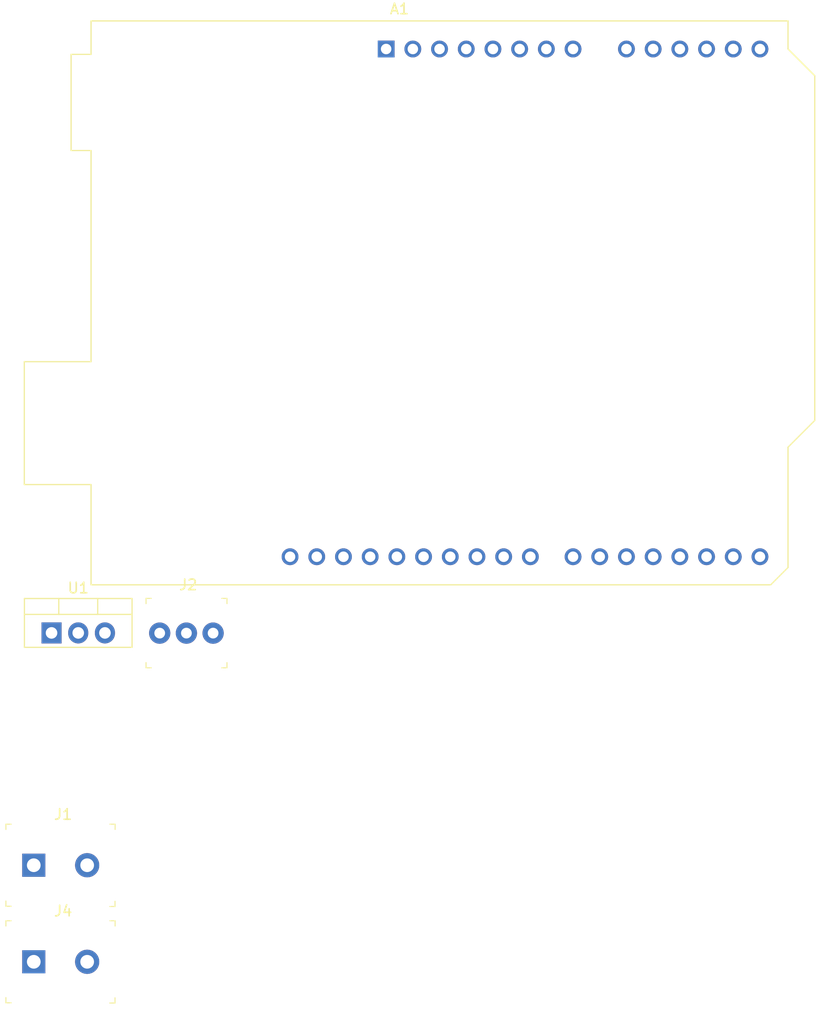
<source format=kicad_pcb>
(kicad_pcb (version 20240108) (generator "pcbnew") (generator_version "8.0")
  (layers (0 "F.Cu" signal) (31 "B.Cu" signal) (34 "B.Paste" user) (35 "F.Paste" user) (36 "B.SilkS" user "B.Silkscreen") (37 "F.SilkS" user "F.Silkscreen") (38 "B.Mask" user) (39 "F.Mask" user) (44 "Edge.Cuts" user))
  (net 0 "")
  (net 1 "Earth")
  (net 16 "Net-(A1-+5V)")
  (net 34 "Net-(U1-VI)")
  (footprint "digikey-footprints:PinHeader_1x3_P2.54mm_Drill1.02mm" (layer "F.Cu") (at 129.4 123.76)
    (property "Reference" "J2" (at 2.71 -4.59 0) (layer "F.SilkS"))
    (property "Value" "0022232031")
    (fp_line (start -1.3 -3.3) (end -1.3 -2.8) (stroke (width 0.1)) (layer "F.SilkS"))
    (fp_line (start -1.3 -3.3) (end -0.8 -3.3) (stroke (width 0.1)) (layer "F.SilkS"))
    (fp_line (start -1.3 3.3) (end -1.3 2.8) (stroke (width 0.1)) (layer "F.SilkS"))
    (fp_line (start -1.3 3.3) (end -0.8 3.3) (stroke (width 0.1)) (layer "F.SilkS"))
    (fp_line (start 6.4 -3.3) (end 5.9 -3.3) (stroke (width 0.1)) (layer "F.SilkS"))
    (fp_line (start 6.4 -3.3) (end 6.4 -2.8) (stroke (width 0.1)) (layer "F.SilkS"))
    (fp_line (start 6.4 3.3) (end 5.9 3.3) (stroke (width 0.1)) (layer "F.SilkS"))
    (fp_line (start 6.4 3.3) (end 6.4 2.8) (stroke (width 0.1)) (layer "F.SilkS"))
    (pad "1" thru_hole circle (at 0 0) (size 2.02 2.02) (drill 1.02) (layers "*.Cu" "*.Mask"))
    (pad "2" thru_hole circle (at 2.54 0) (size 2.02 2.02) (drill 1.02) (layers "*.Cu" "*.Mask"))
    (pad "3" thru_hole circle (at 5.08 0) (size 2.02 2.02) (drill 1.02) (layers "*.Cu" "*.Mask"))
  )
  (footprint "Package_TO_SOT_THT:TO-220-3_Vertical" (layer "F.Cu") (at 119.11 123.74)
    (property "Reference" "U1" (at 2.54 -4.27 0) (layer "F.SilkS"))
    (property "Value" "LM7805_TO220")
    (fp_line (start -2.58 -3.27) (end -2.58 1.371) (stroke (width 0.12)) (layer "F.SilkS"))
    (fp_line (start -2.58 -3.27) (end 7.66 -3.27) (stroke (width 0.12)) (layer "F.SilkS"))
    (fp_line (start -2.58 -1.76) (end 7.66 -1.76) (stroke (width 0.12)) (layer "F.SilkS"))
    (fp_line (start -2.58 1.371) (end 7.66 1.371) (stroke (width 0.12)) (layer "F.SilkS"))
    (fp_line (start 0.69 -3.27) (end 0.69 -1.76) (stroke (width 0.12)) (layer "F.SilkS"))
    (fp_line (start 4.391 -3.27) (end 4.391 -1.76) (stroke (width 0.12)) (layer "F.SilkS"))
    (fp_line (start 7.66 -3.27) (end 7.66 1.371) (stroke (width 0.12)) (layer "F.SilkS"))
    (pad "1" thru_hole rect (at 0 0) (size 1.905 2) (drill 1.1) (layers "*.Cu" "*.Mask") (net 34 "Net-(U1-VI)"))
    (pad "2" thru_hole oval (at 2.54 0) (size 1.905 2) (drill 1.1) (layers "*.Cu" "*.Mask") (net 1 "Earth"))
    (pad "3" thru_hole oval (at 5.08 0) (size 1.905 2) (drill 1.1) (layers "*.Cu" "*.Mask") (net 16 "Net-(A1-+5V)"))
  )
  (footprint "digikey-footprints:Term_Block_1x2_P5.08MM" (layer "F.Cu") (at 117.42 155)
    (property "Reference" "J4" (at 2.794 -4.826 0) (layer "F.SilkS"))
    (property "Value" "OSTTC022162")
    (fp_line (start -2.65 -3.9) (end -2.65 -3.4) (stroke (width 0.1)) (layer "F.SilkS"))
    (fp_line (start -2.65 -3.9) (end -2.15 -3.9) (stroke (width 0.1)) (layer "F.SilkS"))
    (fp_line (start -2.65 3.4) (end -2.65 3.9) (stroke (width 0.1)) (layer "F.SilkS"))
    (fp_line (start -2.65 3.9) (end -2.15 3.9) (stroke (width 0.1)) (layer "F.SilkS"))
    (fp_line (start 7.728 3.42) (end 7.728 3.92) (stroke (width 0.1)) (layer "F.SilkS"))
    (fp_line (start 7.728 3.92) (end 7.228 3.92) (stroke (width 0.1)) (layer "F.SilkS"))
    (fp_line (start 7.738 -3.9) (end 7.238 -3.9) (stroke (width 0.1)) (layer "F.SilkS"))
    (fp_line (start 7.738 -3.9) (end 7.738 -3.4) (stroke (width 0.1)) (layer "F.SilkS"))
    (pad "1" thru_hole rect (at 0 0) (size 2.2 2.2) (drill 1.3) (layers "*.Cu" "*.Mask"))
    (pad "2" thru_hole circle (at 5.08 0) (size 2.3 2.3) (drill 1.3) (layers "*.Cu" "*.Mask"))
  )
  (footprint "digikey-footprints:Term_Block_1x2_P5.08MM" (layer "F.Cu") (at 117.42 145.822)
    (property "Reference" "J1" (at 2.794 -4.826 0) (layer "F.SilkS"))
    (property "Value" "OSTTC022162")
    (fp_line (start -2.65 -3.9) (end -2.65 -3.4) (stroke (width 0.1)) (layer "F.SilkS"))
    (fp_line (start -2.65 -3.9) (end -2.15 -3.9) (stroke (width 0.1)) (layer "F.SilkS"))
    (fp_line (start -2.65 3.4) (end -2.65 3.9) (stroke (width 0.1)) (layer "F.SilkS"))
    (fp_line (start -2.65 3.9) (end -2.15 3.9) (stroke (width 0.1)) (layer "F.SilkS"))
    (fp_line (start 7.728 3.42) (end 7.728 3.92) (stroke (width 0.1)) (layer "F.SilkS"))
    (fp_line (start 7.728 3.92) (end 7.228 3.92) (stroke (width 0.1)) (layer "F.SilkS"))
    (fp_line (start 7.738 -3.9) (end 7.238 -3.9) (stroke (width 0.1)) (layer "F.SilkS"))
    (fp_line (start 7.738 -3.9) (end 7.738 -3.4) (stroke (width 0.1)) (layer "F.SilkS"))
    (pad "1" thru_hole rect (at 0 0) (size 2.2 2.2) (drill 1.3) (layers "*.Cu" "*.Mask") (net 34 "Net-(U1-VI)"))
    (pad "2" thru_hole circle (at 5.08 0) (size 2.3 2.3) (drill 1.3) (layers "*.Cu" "*.Mask") (net 1 "Earth"))
  )
  (footprint "Module:Arduino_UNO_R3" (layer "F.Cu") (at 150.94 68.24)
    (property "Reference" "A1" (at 1.27 -3.81 180) (layer "F.SilkS"))
    (property "Value" "Arduino_UNO_R3")
    (fp_line (start -34.42 29.72) (end -34.42 41.4) (stroke (width 0.12)) (layer "F.SilkS"))
    (fp_line (start -34.42 41.4) (end -28.07 41.4) (stroke (width 0.12)) (layer "F.SilkS"))
    (fp_line (start -29.97 0.51) (end -29.97 9.65) (stroke (width 0.12)) (layer "F.SilkS"))
    (fp_line (start -29.97 9.65) (end -28.07 9.65) (stroke (width 0.12)) (layer "F.SilkS"))
    (fp_line (start -28.07 -2.67) (end -28.07 0.51) (stroke (width 0.12)) (layer "F.SilkS"))
    (fp_line (start -28.07 0.51) (end -29.97 0.51) (stroke (width 0.12)) (layer "F.SilkS"))
    (fp_line (start -28.07 9.65) (end -28.07 29.72) (stroke (width 0.12)) (layer "F.SilkS"))
    (fp_line (start -28.07 29.72) (end -34.42 29.72) (stroke (width 0.12)) (layer "F.SilkS"))
    (fp_line (start -28.07 41.4) (end -28.07 50.93) (stroke (width 0.12)) (layer "F.SilkS"))
    (fp_line (start -28.07 50.93) (end 36.58 50.93) (stroke (width 0.12)) (layer "F.SilkS"))
    (fp_line (start 36.58 50.93) (end 38.23 49.28) (stroke (width 0.12)) (layer "F.SilkS"))
    (fp_line (start 38.23 -2.67) (end -28.07 -2.67) (stroke (width 0.12)) (layer "F.SilkS"))
    (fp_line (start 38.23 0) (end 38.23 -2.67) (stroke (width 0.12)) (layer "F.SilkS"))
    (fp_line (start 38.23 37.85) (end 40.77 35.31) (stroke (width 0.12)) (layer "F.SilkS"))
    (fp_line (start 38.23 49.28) (end 38.23 37.85) (stroke (width 0.12)) (layer "F.SilkS"))
    (fp_line (start 40.77 2.54) (end 38.23 0) (stroke (width 0.12)) (layer "F.SilkS"))
    (fp_line (start 40.77 35.31) (end 40.77 2.54) (stroke (width 0.12)) (layer "F.SilkS"))
    (pad "1" thru_hole rect (at 0 0 90) (size 1.6 1.6) (drill 1) (layers "*.Cu" "*.Mask"))
    (pad "2" thru_hole oval (at 2.54 0 90) (size 1.6 1.6) (drill 1) (layers "*.Cu" "*.Mask"))
    (pad "3" thru_hole oval (at 5.08 0 90) (size 1.6 1.6) (drill 1) (layers "*.Cu" "*.Mask"))
    (pad "4" thru_hole oval (at 7.62 0 90) (size 1.6 1.6) (drill 1) (layers "*.Cu" "*.Mask"))
    (pad "5" thru_hole oval (at 10.16 0 90) (size 1.6 1.6) (drill 1) (layers "*.Cu" "*.Mask") (net 16 "Net-(A1-+5V)"))
    (pad "6" thru_hole oval (at 12.7 0 90) (size 1.6 1.6) (drill 1) (layers "*.Cu" "*.Mask") (net 1 "Earth"))
    (pad "7" thru_hole oval (at 15.24 0 90) (size 1.6 1.6) (drill 1) (layers "*.Cu" "*.Mask") (net 1 "Earth"))
    (pad "8" thru_hole oval (at 17.78 0 90) (size 1.6 1.6) (drill 1) (layers "*.Cu" "*.Mask"))
    (pad "9" thru_hole oval (at 22.86 0 90) (size 1.6 1.6) (drill 1) (layers "*.Cu" "*.Mask"))
    (pad "10" thru_hole oval (at 25.4 0 90) (size 1.6 1.6) (drill 1) (layers "*.Cu" "*.Mask"))
    (pad "11" thru_hole oval (at 27.94 0 90) (size 1.6 1.6) (drill 1) (layers "*.Cu" "*.Mask"))
    (pad "12" thru_hole oval (at 30.48 0 90) (size 1.6 1.6) (drill 1) (layers "*.Cu" "*.Mask"))
    (pad "13" thru_hole oval (at 33.02 0 90) (size 1.6 1.6) (drill 1) (layers "*.Cu" "*.Mask"))
    (pad "14" thru_hole oval (at 35.56 0 90) (size 1.6 1.6) (drill 1) (layers "*.Cu" "*.Mask"))
    (pad "15" thru_hole oval (at 35.56 48.26 90) (size 1.6 1.6) (drill 1) (layers "*.Cu" "*.Mask"))
    (pad "16" thru_hole oval (at 33.02 48.26 90) (size 1.6 1.6) (drill 1) (layers "*.Cu" "*.Mask"))
    (pad "17" thru_hole oval (at 30.48 48.26 90) (size 1.6 1.6) (drill 1) (layers "*.Cu" "*.Mask"))
    (pad "18" thru_hole oval (at 27.94 48.26 90) (size 1.6 1.6) (drill 1) (layers "*.Cu" "*.Mask"))
    (pad "19" thru_hole oval (at 25.4 48.26 90) (size 1.6 1.6) (drill 1) (layers "*.Cu" "*.Mask"))
    (pad "20" thru_hole oval (at 22.86 48.26 90) (size 1.6 1.6) (drill 1) (layers "*.Cu" "*.Mask"))
    (pad "21" thru_hole oval (at 20.32 48.26 90) (size 1.6 1.6) (drill 1) (layers "*.Cu" "*.Mask"))
    (pad "22" thru_hole oval (at 17.78 48.26 90) (size 1.6 1.6) (drill 1) (layers "*.Cu" "*.Mask"))
    (pad "23" thru_hole oval (at 13.72 48.26 90) (size 1.6 1.6) (drill 1) (layers "*.Cu" "*.Mask"))
    (pad "24" thru_hole oval (at 11.18 48.26 90) (size 1.6 1.6) (drill 1) (layers "*.Cu" "*.Mask"))
    (pad "25" thru_hole oval (at 8.64 48.26 90) (size 1.6 1.6) (drill 1) (layers "*.Cu" "*.Mask"))
    (pad "26" thru_hole oval (at 6.1 48.26 90) (size 1.6 1.6) (drill 1) (layers "*.Cu" "*.Mask"))
    (pad "27" thru_hole oval (at 3.56 48.26 90) (size 1.6 1.6) (drill 1) (layers "*.Cu" "*.Mask"))
    (pad "28" thru_hole oval (at 1.02 48.26 90) (size 1.6 1.6) (drill 1) (layers "*.Cu" "*.Mask"))
    (pad "29" thru_hole oval (at -1.52 48.26 90) (size 1.6 1.6) (drill 1) (layers "*.Cu" "*.Mask") (net 1 "Earth"))
    (pad "30" thru_hole oval (at -4.06 48.26 90) (size 1.6 1.6) (drill 1) (layers "*.Cu" "*.Mask"))
    (pad "31" thru_hole oval (at -6.6 48.26 90) (size 1.6 1.6) (drill 1) (layers "*.Cu" "*.Mask"))
    (pad "32" thru_hole oval (at -9.14 48.26 90) (size 1.6 1.6) (drill 1) (layers "*.Cu" "*.Mask"))
  )
)
</source>
